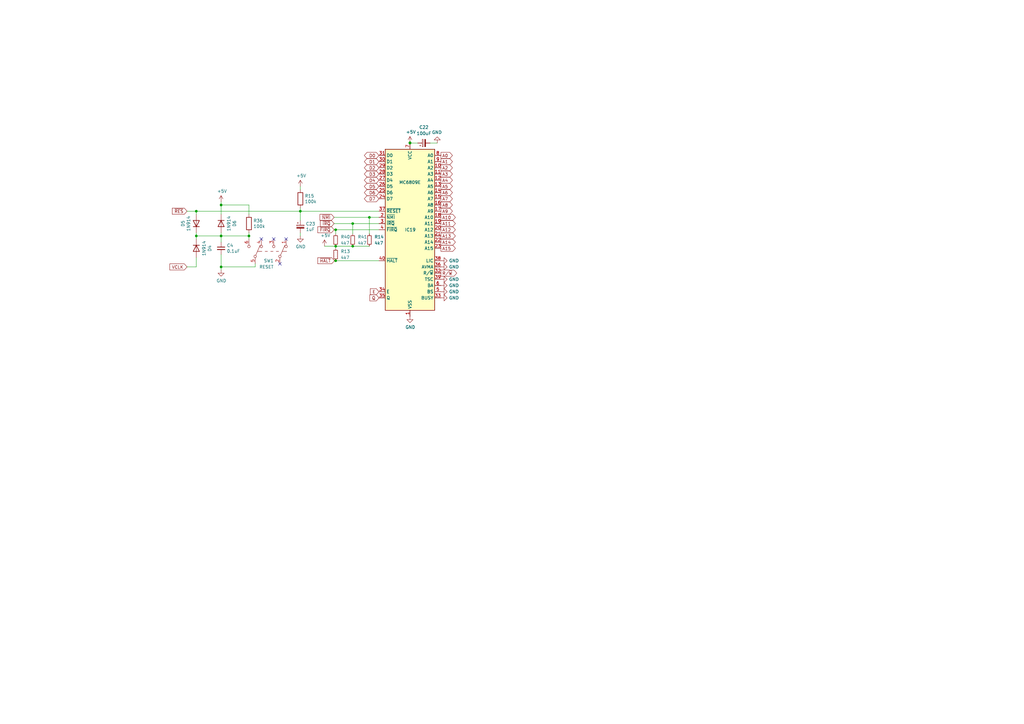
<source format=kicad_sch>
(kicad_sch (version 20211123) (generator eeschema)
  (paper "A3")
  (title_block (date "2022-09-30") (rev "1.3") (comment 2 "Reposition dram and buffer"))
  (lib_symbols
    (symbol "CPU_NXP_6800:MC6809E"
      (property "Reference" "U" (at -7.62 34.544 0))
      (property "Value" "MC6809E" (at 10.16 34.544 0))
      (symbol "MC6809E_0_1"
        (rectangle (start -10.16 -33.02) (end 10.16 33.02) (stroke (width 0.254)) (fill (type background)))
      )
      (symbol "MC6809E_1_1"
        (pin power_in line (at 0 -35.56 90) (length 2.54) (name "VSS") (number "1"))
        (pin output line (at 12.7 25.4 180) (length 2.54) (name "A2") (number "10"))
        (pin output line (at 12.7 22.86 180) (length 2.54) (name "A3") (number "11"))
        (pin output line (at 12.7 20.32 180) (length 2.54) (name "A4") (number "12"))
        (pin output line (at 12.7 17.78 180) (length 2.54) (name "A5") (number "13"))
        (pin output line (at 12.7 15.24 180) (length 2.54) (name "A6") (number "14"))
        (pin output line (at 12.7 12.7 180) (length 2.54) (name "A7") (number "15"))
        (pin output line (at 12.7 10.16 180) (length 2.54) (name "A8") (number "16"))
        (pin output line (at 12.7 7.62 180) (length 2.54) (name "A9") (number "17"))
        (pin output line (at 12.7 5.08 180) (length 2.54) (name "A10") (number "18"))
        (pin output line (at 12.7 2.54 180) (length 2.54) (name "A11") (number "19"))
        (pin input line (at -12.7 5.08 0) (length 2.54) (name "~{NMI}") (number "2"))
        (pin output line (at 12.7 0 180) (length 2.54) (name "A12") (number "20"))
        (pin output line (at 12.7 -2.54 180) (length 2.54) (name "A13") (number "21"))
        (pin output line (at 12.7 -5.08 180) (length 2.54) (name "A14") (number "22"))
        (pin output line (at 12.7 -7.62 180) (length 2.54) (name "A15") (number "23"))
        (pin bidirectional line (at -12.7 12.7 0) (length 2.54) (name "D7") (number "24"))
        (pin bidirectional line (at -12.7 15.24 0) (length 2.54) (name "D6") (number "25"))
        (pin bidirectional line (at -12.7 17.78 0) (length 2.54) (name "D5") (number "26"))
        (pin bidirectional line (at -12.7 20.32 0) (length 2.54) (name "D4") (number "27"))
        (pin bidirectional line (at -12.7 22.86 0) (length 2.54) (name "D3") (number "28"))
        (pin bidirectional line (at -12.7 25.4 0) (length 2.54) (name "D2") (number "29"))
        (pin input line (at -12.7 2.54 0) (length 2.54) (name "~{IRQ}") (number "3"))
        (pin bidirectional line (at -12.7 27.94 0) (length 2.54) (name "D1") (number "30"))
        (pin bidirectional line (at -12.7 30.48 0) (length 2.54) (name "D0") (number "31"))
        (pin output line (at 12.7 -17.78 180) (length 2.54) (name "R/~{W}") (number "32"))
        (pin output line (at 12.7 -27.94 180) (length 2.54) (name "BUSY") (number "33"))
        (pin input line (at -12.7 -25.4 0) (length 2.54) (name "E") (number "34"))
        (pin input line (at -12.7 -27.94 0) (length 2.54) (name "Q") (number "35"))
        (pin output line (at 12.7 -15.24 180) (length 2.54) (name "AVMA") (number "36"))
        (pin input line (at -12.7 7.62 0) (length 2.54) (name "~{RESET}") (number "37"))
        (pin output line (at 12.7 -12.7 180) (length 2.54) (name "LIC") (number "38"))
        (pin output line (at 12.7 -20.32 180) (length 2.54) (name "TSC") (number "39"))
        (pin input line (at -12.7 0 0) (length 2.54) (name "~{FIRQ}") (number "4"))
        (pin input line (at -12.7 -12.7 0) (length 2.54) (name "~{HALT}") (number "40"))
        (pin output line (at 12.7 -25.4 180) (length 2.54) (name "BS") (number "5"))
        (pin output line (at 12.7 -22.86 180) (length 2.54) (name "BA") (number "6"))
        (pin power_in line (at 0 35.56 270) (length 2.54) (name "VCC") (number "7"))
        (pin output line (at 12.7 30.48 180) (length 2.54) (name "A0") (number "8"))
        (pin output line (at 12.7 27.94 180) (length 2.54) (name "A1") (number "9"))
      )
    )
    (symbol "Device:CP_Small" (pin_numbers hide) (pin_names (offset 0.254) hide)
      (property "Reference" "C" (at 0.254 1.778 0))
      (property "Value" "Device_CP_Small" (at 0.254 -2.032 0))
      (symbol "CP_Small_0_1"
        (rectangle (start -1.524 -0.3048) (end 1.524 -0.6858) (fill (type outline)))
        (rectangle (start -1.524 0.6858) (end 1.524 0.3048))
        (polyline (pts (xy -1.27 1.524) (xy -0.762 1.524)))
        (polyline (pts (xy -1.016 1.27) (xy -1.016 1.778)))
      )
      (symbol "CP_Small_1_1"
        (pin passive line (at 0 2.54 270) (length 1.8542) (name "~") (number "1"))
        (pin passive line (at 0 -2.54 90) (length 1.8542) (name "~") (number "2"))
      )
    )
    (symbol "Device:C_Polarized_Small" (pin_numbers hide) (pin_names (offset 0.254) hide)
      (property "Reference" "C" (at 0.254 1.778 0))
      (property "Value" "C_Polarized_Small" (at 0.254 -2.032 0))
      (symbol "C_Polarized_Small_0_1"
        (rectangle (start -1.524 -0.3048) (end 1.524 -0.6858) (fill (type outline)))
        (rectangle (start -1.524 0.6858) (end 1.524 0.3048))
        (polyline (pts (xy -1.27 1.524) (xy -0.762 1.524)))
        (polyline (pts (xy -1.016 1.27) (xy -1.016 1.778)))
      )
      (symbol "C_Polarized_Small_1_1"
        (pin passive line (at 0 2.54 270) (length 1.8542) (name "~") (number "1"))
        (pin passive line (at 0 -2.54 90) (length 1.8542) (name "~") (number "2"))
      )
    )
    (symbol "Device:C_Small" (pin_numbers hide) (pin_names (offset 0.254) hide)
      (property "Reference" "C" (at 0.254 1.778 0))
      (property "Value" "C_Small" (at 0.254 -2.032 0))
      (symbol "C_Small_0_1"
        (polyline (pts (xy -1.524 -0.508) (xy 1.524 -0.508)) (stroke (width 0.3302)))
        (polyline (pts (xy -1.524 0.508) (xy 1.524 0.508)) (stroke (width 0.3048)))
      )
      (symbol "C_Small_1_1"
        (pin passive line (at 0 2.54 270) (length 2.032) (name "~") (number "1"))
        (pin passive line (at 0 -2.54 90) (length 2.032) (name "~") (number "2"))
      )
    )
    (symbol "Device:R" (pin_numbers hide) (pin_names (offset 0))
      (property "Reference" "R" (at 2.032 0 90))
      (property "Value" "R" (at 0 0 90))
      (symbol "R_0_1"
        (rectangle (start -1.016 -2.54) (end 1.016 2.54) (stroke (width 0.254)))
      )
      (symbol "R_1_1"
        (pin passive line (at 0 3.81 270) (length 1.27) (name "~") (number "1"))
        (pin passive line (at 0 -3.81 90) (length 1.27) (name "~") (number "2"))
      )
    )
    (symbol "Device:R_Small" (pin_numbers hide) (pin_names (offset 0.254) hide)
      (property "Reference" "R" (at 0.762 0.508 0))
      (property "Value" "R_Small" (at 0.762 -1.016 0))
      (symbol "R_Small_0_1"
        (rectangle (start -0.762 1.778) (end 0.762 -1.778) (stroke (width 0.2032)))
      )
      (symbol "R_Small_1_1"
        (pin passive line (at 0 2.54 270) (length 0.762) (name "~") (number "1"))
        (pin passive line (at 0 -2.54 90) (length 0.762) (name "~") (number "2"))
      )
    )
    (symbol "Diode:1N914" (pin_numbers hide) (pin_names (offset 1.016) hide)
      (property "Reference" "D" (at 0 2.54 0))
      (property "Value" "1N914" (at 0 -2.54 0))
      (symbol "1N914_0_1"
        (polyline (pts (xy -1.27 1.27) (xy -1.27 -1.27)) (stroke (width 0.254)))
        (polyline (pts (xy 1.27 0) (xy -1.27 0)))
        (polyline (pts (xy 1.27 1.27) (xy 1.27 -1.27) (xy -1.27 0) (xy 1.27 1.27)) (stroke (width 0.254)))
      )
      (symbol "1N914_1_1"
        (pin passive line (at -3.81 0 0) (length 2.54) (name "K") (number "1"))
        (pin passive line (at 3.81 0 180) (length 2.54) (name "A") (number "2"))
      )
    )
    (symbol "Switch:SW_Push_DPDT" (pin_names (offset 0) hide)
      (property "Reference" "SW" (at 0 8.89 0))
      (property "Value" "SW_Push_DPDT" (at 0 -10.16 0))
      (symbol "SW_Push_DPDT_0_0"
        (circle (center -2.032 -5.08) (radius 0.508))
        (circle (center -2.032 5.08) (radius 0.508))
        (circle (center 2.032 -7.62) (radius 0.508))
        (circle (center 2.032 2.54) (radius 0.508))
      )
      (symbol "SW_Push_DPDT_0_1"
        (polyline (pts (xy -1.524 -4.826) (xy 2.54 -3.048)))
        (polyline (pts (xy -1.524 5.334) (xy 2.54 7.112)))
        (polyline (pts (xy 0 -2.286) (xy 0 -4.064)))
        (polyline (pts (xy 0 -1.016) (xy 0 0)))
        (polyline (pts (xy 0 1.27) (xy 0 2.286)))
        (polyline (pts (xy 0 3.556) (xy 0 4.572)))
        (polyline (pts (xy 0 7.874) (xy 0 6.096)))
        (circle (center 2.032 -2.54) (radius 0.508))
        (circle (center 2.032 7.62) (radius 0.508))
      )
      (symbol "SW_Push_DPDT_1_1"
        (pin passive line (at 5.08 7.62 180) (length 2.54) (name "A") (number "1"))
        (pin passive line (at -5.08 5.08 0) (length 2.54) (name "B") (number "2"))
        (pin passive line (at 5.08 2.54 180) (length 2.54) (name "C") (number "3"))
        (pin passive line (at 5.08 -2.54 180) (length 2.54) (name "A") (number "4"))
        (pin passive line (at -5.08 -5.08 0) (length 2.54) (name "B") (number "5"))
        (pin passive line (at 5.08 -7.62 180) (length 2.54) (name "C") (number "6"))
      )
    )
    (symbol "power:+5V" (power) (pin_names (offset 0))
      (property "Value" "+5V" (at 0 3.556 0))
      (symbol "+5V_0_1"
        (polyline (pts (xy -0.762 1.27) (xy 0 2.54)))
        (polyline (pts (xy 0 0) (xy 0 2.54)))
        (polyline (pts (xy 0 2.54) (xy 0.762 1.27)))
      )
      (symbol "+5V_1_1"
        (pin power_in line (at 0 0 90) (length 0) hide (name "+5V") (number "1"))
      )
    )
    (symbol "power:GND" (power) (pin_names (offset 0))
      (property "Value" "GND" (at 0 -3.81 0))
      (symbol "GND_0_1"
        (polyline (pts (xy 0 0) (xy 0 -1.27) (xy 1.27 -1.27) (xy 0 -2.54) (xy -1.27 -1.27) (xy 0 -1.27)))
      )
      (symbol "GND_1_1"
        (pin power_in line (at 0 0 270) (length 0) hide (name "GND") (number "1"))
      )
    )
  )
  (junction (at 137.668 106.934))
  (junction (at 90.678 84.074))
  (junction (at 137.668 100.965))
  (junction (at 90.678 109.474))
  (junction (at 80.518 86.614))
  (junction (at 137.668 94.234))
  (junction (at 151.511 89.154))
  (junction (at 90.678 96.774))
  (junction (at 168.148 58.674))
  (junction (at 123.19 86.614))
  (junction (at 144.653 100.965))
  (junction (at 168.148 58.547))
  (junction (at 80.518 96.774))
  (junction (at 102.108 96.774))
  (junction (at 144.653 91.694))
  (no_connect (at 114.808 108.204))
  (no_connect (at 107.188 98.044))
  (no_connect (at 112.268 98.044))
  (no_connect (at 117.348 98.044))
  (wire (pts (xy 137.668 106.934) (xy 155.448 106.934)))
  (wire (pts (xy 80.518 86.614) (xy 76.708 86.614)))
  (wire (pts (xy 151.511 89.154) (xy 155.448 89.154)))
  (wire (pts (xy 123.19 85.344) (xy 123.19 86.614)))
  (wire (pts (xy 102.108 84.074) (xy 102.108 87.884)))
  (wire (pts (xy 80.518 105.664) (xy 80.518 109.474)))
  (wire (pts (xy 90.678 84.074) (xy 90.678 82.804)))
  (wire (pts (xy 102.108 96.774) (xy 90.678 96.774)))
  (wire (pts (xy 80.518 95.504) (xy 80.518 96.774)))
  (wire (pts (xy 90.678 87.884) (xy 90.678 84.074)))
  (wire (pts (xy 144.653 91.694) (xy 155.448 91.694)))
  (wire (pts (xy 171.323 58.674) (xy 168.148 58.674)))
  (wire (pts (xy 179.324 58.674) (xy 176.403 58.674)))
  (wire (pts (xy 123.19 95.504) (xy 123.19 96.774)))
  (wire (pts (xy 80.518 109.474) (xy 76.708 109.474)))
  (wire (pts (xy 90.678 109.474) (xy 90.678 104.394)))
  (wire (pts (xy 104.648 108.204) (xy 104.648 109.474)))
  (wire (pts (xy 80.518 86.614) (xy 80.518 87.884)))
  (wire (pts (xy 102.108 96.774) (xy 102.108 98.044)))
  (wire (pts (xy 137.033 89.154) (xy 151.511 89.154)))
  (wire (pts (xy 168.148 58.547) (xy 168.148 58.674)))
  (wire (pts (xy 104.648 109.474) (xy 90.678 109.474)))
  (wire (pts (xy 137.16 106.934) (xy 137.668 106.934)))
  (wire (pts (xy 151.511 100.965) (xy 144.653 100.965)))
  (wire (pts (xy 137.668 100.965) (xy 137.668 101.854)))
  (wire (pts (xy 123.19 86.614) (xy 155.448 86.614)))
  (wire (pts (xy 90.678 96.774) (xy 90.678 95.504)))
  (wire (pts (xy 137.668 94.234) (xy 155.448 94.234)))
  (wire (pts (xy 144.653 91.694) (xy 137.033 91.694)))
  (wire (pts (xy 90.678 84.074) (xy 102.108 84.074)))
  (wire (pts (xy 80.518 86.614) (xy 123.19 86.614)))
  (wire (pts (xy 137.668 94.234) (xy 137.033 94.234)))
  (wire (pts (xy 144.653 100.965) (xy 137.668 100.965)))
  (wire (pts (xy 144.653 95.885) (xy 144.653 91.694)))
  (wire (pts (xy 123.19 86.614) (xy 123.19 90.424)))
  (wire (pts (xy 80.518 96.774) (xy 90.678 96.774)))
  (wire (pts (xy 90.678 109.474) (xy 90.678 110.744)))
  (wire (pts (xy 151.511 89.154) (xy 151.511 95.885)))
  (wire (pts (xy 137.668 95.885) (xy 137.668 94.234)))
  (wire (pts (xy 102.108 95.504) (xy 102.108 96.774)))
  (wire (pts (xy 90.678 96.774) (xy 90.678 99.314)))
  (wire (pts (xy 123.19 77.724) (xy 123.19 76.454)))
  (wire (pts (xy 80.518 96.774) (xy 80.518 98.044)))
  (wire (pts (xy 133.096 100.965) (xy 137.668 100.965)))
  (global_label "A0" (shape output) (at 180.848 63.754 0) (property "Intersheet References" "${INTERSHEET_REFS}" (effects hide)))
  (global_label "A15" (shape output) (at 180.848 101.854 0) (property "Intersheet References" "${INTERSHEET_REFS}" (effects hide)))
  (global_label "D7" (shape bidirectional) (at 155.448 81.534 180) (property "Intersheet References" "${INTERSHEET_REFS}" (effects hide)))
  (global_label "A11" (shape output) (at 180.848 91.694 0) (property "Intersheet References" "${INTERSHEET_REFS}" (effects hide)))
  (global_label "D1" (shape bidirectional) (at 155.448 66.294 180) (property "Intersheet References" "${INTERSHEET_REFS}" (effects hide)))
  (global_label "A1" (shape output) (at 180.848 66.294 0) (property "Intersheet References" "${INTERSHEET_REFS}" (effects hide)))
  (global_label "R{slash}~{W}" (shape output) (at 180.848 112.014 0) (property "Intersheet References" "${INTERSHEET_REFS}" (effects hide)))
  (global_label "~{NMI}" (shape input) (at 137.033 89.154 180) (property "Intersheet References" "${INTERSHEET_REFS}" (effects hide)))
  (global_label "A12" (shape output) (at 180.848 94.234 0) (property "Intersheet References" "${INTERSHEET_REFS}" (effects hide)))
  (global_label "D0" (shape bidirectional) (at 155.448 63.754 180) (property "Intersheet References" "${INTERSHEET_REFS}" (effects hide)))
  (global_label "A3" (shape output) (at 180.848 71.374 0) (property "Intersheet References" "${INTERSHEET_REFS}" (effects hide)))
  (global_label "VCLK" (shape input) (at 76.708 109.474 180) (property "Intersheet References" "${INTERSHEET_REFS}" (effects hide)))
  (global_label "D5" (shape bidirectional) (at 155.448 76.454 180) (property "Intersheet References" "${INTERSHEET_REFS}" (effects hide)))
  (global_label "D3" (shape bidirectional) (at 155.448 71.374 180) (property "Intersheet References" "${INTERSHEET_REFS}" (effects hide)))
  (global_label "~{FIRQ}" (shape input) (at 137.033 94.234 180) (property "Intersheet References" "${INTERSHEET_REFS}" (effects hide)))
  (global_label "D4" (shape bidirectional) (at 155.448 73.914 180) (property "Intersheet References" "${INTERSHEET_REFS}" (effects hide)))
  (global_label "A6" (shape output) (at 180.848 78.994 0) (property "Intersheet References" "${INTERSHEET_REFS}" (effects hide)))
  (global_label "A2" (shape output) (at 180.848 68.834 0) (property "Intersheet References" "${INTERSHEET_REFS}" (effects hide)))
  (global_label "~{HALT}" (shape input) (at 137.16 106.934 180) (property "Intersheet References" "${INTERSHEET_REFS}" (effects hide)))
  (global_label "A9" (shape output) (at 180.848 86.614 0) (property "Intersheet References" "${INTERSHEET_REFS}" (effects hide)))
  (global_label "A14" (shape output) (at 180.848 99.314 0) (property "Intersheet References" "${INTERSHEET_REFS}" (effects hide)))
  (global_label "A13" (shape output) (at 180.848 96.774 0) (property "Intersheet References" "${INTERSHEET_REFS}" (effects hide)))
  (global_label "A8" (shape output) (at 180.848 84.074 0) (property "Intersheet References" "${INTERSHEET_REFS}" (effects hide)))
  (global_label "A5" (shape output) (at 180.848 76.454 0) (property "Intersheet References" "${INTERSHEET_REFS}" (effects hide)))
  (global_label "D6" (shape bidirectional) (at 155.448 78.994 180) (property "Intersheet References" "${INTERSHEET_REFS}" (effects hide)))
  (global_label "A10" (shape output) (at 180.848 89.154 0) (property "Intersheet References" "${INTERSHEET_REFS}" (effects hide)))
  (global_label "A7" (shape output) (at 180.848 81.534 0) (property "Intersheet References" "${INTERSHEET_REFS}" (effects hide)))
  (global_label "A4" (shape output) (at 180.848 73.914 0) (property "Intersheet References" "${INTERSHEET_REFS}" (effects hide)))
  (global_label "E" (shape input) (at 155.448 119.634 180) (property "Intersheet References" "${INTERSHEET_REFS}" (effects hide)))
  (global_label "~{IRQ}" (shape input) (at 137.033 91.694 180) (property "Intersheet References" "${INTERSHEET_REFS}" (effects hide)))
  (global_label "Q" (shape input) (at 155.448 122.174 180) (property "Intersheet References" "${INTERSHEET_REFS}" (effects hide)))
  (global_label "~{RES}" (shape input) (at 76.708 86.614 180) (property "Intersheet References" "${INTERSHEET_REFS}" (effects hide)))
  (global_label "D2" (shape bidirectional) (at 155.448 68.834 180) (property "Intersheet References" "${INTERSHEET_REFS}" (effects hide)))
  (symbol (lib_id "Diode:1N914") (at 90.678 91.694 270) (unit 1)
    (property "Reference" "D6" (at 96.1644 91.694 0))
    (property "Value" "1N914" (at 93.853 91.694 0))
    (property "Footprint" "Diode_THT:D_DO-35_SOD27_P7.62mm_Horizontal" (effects hide))
    (property "Datasheet" "http://www.vishay.com/docs/85622/1n914.pdf" (effects hide))
  )
  (symbol (lib_id "Device:C_Polarized_Small") (at 173.863 58.674 90) (unit 1)
    (property "Reference" "C22" (at 173.8693 52.197 90))
    (property "Value" "100uF" (at 173.8693 54.737 90))
    (property "Footprint" "Capacitor_THT:CP_Radial_D6.3mm_P2.50mm" (effects hide))
    (property "Datasheet" "https://www.we-online.com/katalog/datasheet/860010372006.pdf" (effects hide))
    (property "DigiKey" "732-8598-1-ND" (effects hide))
  )
  (symbol (lib_id "Device:R_Small") (at 137.668 104.394 0) (unit 1)
    (property "Reference" "R13" (at 139.7 103.1239 0) (effects (justify left)))
    (property "Value" "4k7" (at 139.7 105.6639 0) (effects (justify left)))
    (property "Footprint" "Resistor_THT:R_Axial_DIN0207_L6.3mm_D2.5mm_P10.16mm_Horizontal" (effects hide))
  )
  (symbol (lib_id "power:GND") (at 179.324 58.674 180) (unit 1)
    (property "Reference" "#PWR0121" (effects hide))
    (property "Value" "GND" (at 179.197 54.2798 0))
  )
  (symbol (lib_id "power:+5V") (at 133.096 100.965 0) (unit 1)
    (property "Reference" "#PWR0118" (effects hide))
    (property "Value" "+5V" (at 133.477 96.5708 0))
  )
  (symbol (lib_id "power:GND") (at 180.848 114.554 90) (unit 1)
    (property "Reference" "#PWR0125" (effects hide))
    (property "Value" "GND" (at 184.15 114.5539 90) (effects (justify right)))
  )
  (symbol (lib_id "power:GND") (at 90.678 110.744 0) (unit 1)
    (property "Reference" "#PWR0116" (effects hide))
    (property "Value" "GND" (at 90.805 115.1382 0))
  )
  (symbol (lib_id "power:GND") (at 180.848 122.174 90) (unit 1)
    (property "Reference" "#PWR0128" (effects hide))
    (property "Value" "GND" (at 184.15 122.1739 90) (effects (justify right)))
  )
  (symbol (lib_id "Device:R") (at 123.19 81.534 0) (unit 1)
    (property "Reference" "R15" (at 124.968 80.3656 0) (effects (justify left)))
    (property "Value" "100k" (at 124.968 82.677 0) (effects (justify left)))
    (property "Footprint" "Resistor_THT:R_Axial_DIN0207_L6.3mm_D2.5mm_P10.16mm_Horizontal" (effects hide))
  )
  (symbol (lib_id "power:+5V") (at 168.148 58.547 0) (unit 1)
    (property "Reference" "#PWR0122" (effects hide))
    (property "Value" "+5V" (at 168.529 54.1528 0))
  )
  (symbol (lib_id "Device:R") (at 102.108 91.694 0) (unit 1)
    (property "Reference" "R36" (at 103.886 90.5256 0) (effects (justify left)))
    (property "Value" "100k" (at 103.886 92.837 0) (effects (justify left)))
    (property "Footprint" "Resistor_THT:R_Axial_DIN0207_L6.3mm_D2.5mm_P10.16mm_Horizontal" (effects hide))
  )
  (symbol (lib_id "power:GND") (at 180.848 106.934 90) (unit 1)
    (property "Reference" "#PWR0123" (effects hide))
    (property "Value" "GND" (at 184.15 106.9339 90) (effects (justify right)))
  )
  (symbol (lib_id "Diode:1N914") (at 80.518 91.694 90) (unit 1)
    (property "Reference" "D5" (at 75.0316 91.694 0))
    (property "Value" "1N914" (at 77.343 91.694 0))
    (property "Footprint" "Diode_THT:D_DO-35_SOD27_P7.62mm_Horizontal" (effects hide))
    (property "Datasheet" "http://www.vishay.com/docs/85622/1n914.pdf" (effects hide))
  )
  (symbol (lib_id "power:GND") (at 168.148 129.794 0) (unit 1)
    (property "Reference" "#PWR0126" (effects hide))
    (property "Value" "GND" (at 168.275 134.1882 0))
  )
  (symbol (lib_id "power:GND") (at 180.848 117.094 90) (unit 1)
    (property "Reference" "#PWR0127" (effects hide))
    (property "Value" "GND" (at 184.15 117.0939 90) (effects (justify right)))
  )
  (symbol (lib_id "power:+5V") (at 123.19 76.454 0) (unit 1)
    (property "Reference" "#PWR0120" (effects hide))
    (property "Value" "+5V" (at 123.571 72.0598 0))
  )
  (symbol (lib_id "Diode:1N914") (at 80.518 101.854 270) (unit 1)
    (property "Reference" "D4" (at 86.0044 101.854 0))
    (property "Value" "1N914" (at 83.693 101.854 0))
    (property "Footprint" "Diode_THT:D_DO-35_SOD27_P7.62mm_Horizontal" (effects hide))
    (property "Datasheet" "http://www.vishay.com/docs/85622/1n914.pdf" (effects hide))
  )
  (symbol (lib_id "Switch:SW_Push_DPDT") (at 109.728 103.124 270) (mirror x) (unit 1)
    (property "Reference" "SW1" (at 112.268 106.934 90) (effects (justify right)))
    (property "Value" "RESET" (at 112.268 109.474 90) (effects (justify right)))
    (property "Footprint" "Dragon:Button_AlpsAlpine_SPUN190900" (effects hide))
  )
  (symbol (lib_id "Device:R_Small") (at 144.653 98.425 0) (unit 1)
    (property "Reference" "R41" (at 146.685 97.1549 0) (effects (justify left)))
    (property "Value" "4k7" (at 146.685 99.6949 0) (effects (justify left)))
    (property "Footprint" "Resistor_THT:R_Axial_DIN0207_L6.3mm_D2.5mm_P10.16mm_Horizontal" (effects hide))
  )
  (symbol (lib_id "Device:C_Small") (at 90.678 101.854 0) (unit 1)
    (property "Reference" "C4" (at 93.0148 100.6856 0) (effects (justify left)))
    (property "Value" "0.1uF" (at 93.0148 102.997 0) (effects (justify left)))
    (property "Footprint" "Capacitor_THT:C_Disc_D3.0mm_W2.0mm_P2.50mm" (effects hide))
  )
  (symbol (lib_id "Device:R_Small") (at 151.511 98.425 0) (unit 1)
    (property "Reference" "R14" (at 153.543 97.1549 0) (effects (justify left)))
    (property "Value" "4k7" (at 153.543 99.6949 0) (effects (justify left)))
    (property "Footprint" "Resistor_THT:R_Axial_DIN0207_L6.3mm_D2.5mm_P10.16mm_Horizontal" (effects hide))
  )
  (symbol (lib_id "Device:R_Small") (at 137.668 98.425 0) (unit 1)
    (property "Reference" "R40" (at 139.7 97.1549 0) (effects (justify left)))
    (property "Value" "4k7" (at 139.7 99.6949 0) (effects (justify left)))
    (property "Footprint" "Resistor_THT:R_Axial_DIN0207_L6.3mm_D2.5mm_P10.16mm_Horizontal" (effects hide))
  )
  (symbol (lib_id "power:+5V") (at 90.678 82.804 0) (unit 1)
    (property "Reference" "#PWR0117" (effects hide))
    (property "Value" "+5V" (at 91.059 78.4098 0))
  )
  (symbol (lib_id "power:GND") (at 123.19 96.774 0) (unit 1)
    (property "Reference" "#PWR0119" (effects hide))
    (property "Value" "GND" (at 123.317 101.1682 0))
  )
  (symbol (lib_id "Device:CP_Small") (at 123.19 92.964 0) (unit 1)
    (property "Reference" "C23" (at 125.4252 91.7956 0) (effects (justify left)))
    (property "Value" "1uF" (at 125.4252 94.107 0) (effects (justify left)))
    (property "Footprint" "Capacitor_THT:CP_Radial_D5.0mm_P2.50mm" (effects hide))
    (property "Datasheet" "https://www.we-online.com/katalog/datasheet/860010772005.pdf" (effects hide))
    (property "DigiKey" "732-8762-1-ND" (effects hide))
  )
  (symbol (lib_id "power:GND") (at 180.848 109.474 90) (unit 1)
    (property "Reference" "#PWR0124" (effects hide))
    (property "Value" "GND" (at 184.15 109.4739 90) (effects (justify right)))
  )
  (symbol (lib_id "power:GND") (at 180.848 119.634 90) (unit 1)
    (property "Reference" "#PWR0129" (effects hide))
    (property "Value" "GND" (at 184.15 119.6339 90) (effects (justify right)))
  )
  (symbol (lib_id "CPU_NXP_6800:MC6809E") (at 168.148 94.234 0) (unit 1)
    (property "Reference" "IC19" (at 168.275 94.234 0))
    (property "Value" "MC6809E" (at 168.148 74.803 0))
    (property "Footprint" "Package_DIP:DIP-40_W15.24mm" (effects hide))
    (property "Datasheet" "http://pdf.datasheetcatalog.com/datasheet/motorola/MC68B09S.pdf" (effects hide))
  )
)
</source>
